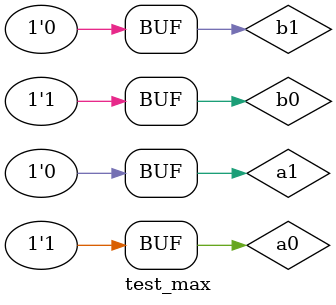
<source format=v>
`include "ternary_logic.v"

module test_max;
    reg a0, a1, b0, b1;
    wire out0, out1;
    
    ternary_max my_max(a0, a1, b0, b1, out0, out1);

    initial begin
        $monitor("Input a: %b%b, Input b: %b%b Output: %b%b", a0, a1, b0, b1, out0, out1);
        #0 a0 = 0; a1 = 0; b0 = 0; b1 = 0;
        #5 a0 = 0; a1 = 0; b0 = 0; b1 = 1;
        #10 a0 = 0; a1 = 0; b0 = 1; b1 = 0;
        #20 a0 = 0; a1 = 1; b0 = 0; b1 = 0;
        #25 a0 = 0; a1 = 1; b0 = 0; b1 = 1;
        #30 a0 = 0; a1 = 1; b0 = 1; b1 = 0;
        #40 a0 = 1; a1 = 0; b0 = 0; b1 = 0;
        #45 a0 = 1; a1 = 0; b0 = 0; b1 = 1;
        #50 a0 = 1; a1 = 0; b0 = 1; b1 = 0;
    end

endmodule
</source>
